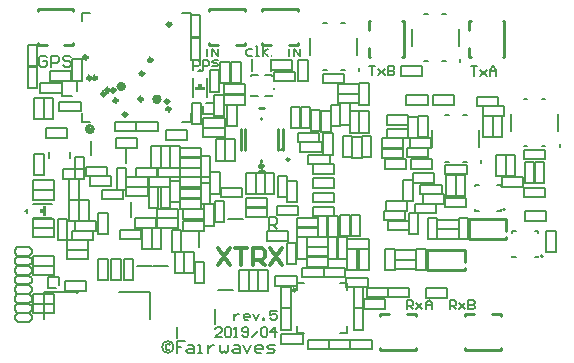
<source format=gto>
G04*
G04 #@! TF.GenerationSoftware,Altium Limited,Altium Designer,19.0.15 (446)*
G04*
G04 Layer_Color=65535*
%FSLAX24Y24*%
%MOIN*%
G70*
G01*
G75*
%ADD10C,0.0118*%
%ADD11C,0.0098*%
%ADD12C,0.0157*%
%ADD13C,0.0059*%
%ADD14C,0.0100*%
%ADD15C,0.0079*%
%ADD16C,0.0060*%
%ADD17C,0.0080*%
%ADD18C,0.0138*%
G36*
X36132Y40689D02*
Y40788D01*
X36230D01*
Y40473D01*
X36132D01*
Y40571D01*
X36053D01*
Y40689D01*
X36132D01*
D02*
G37*
G36*
X41437Y44774D02*
X41535D01*
Y44675D01*
X41220D01*
Y44774D01*
X41319D01*
Y44852D01*
X41437D01*
Y44774D01*
D02*
G37*
G54D10*
X40335Y44291D02*
G03*
X40335Y44291I-59J0D01*
G01*
X43484Y42128D02*
G03*
X43484Y42128I-59J0D01*
G01*
X38937Y43858D02*
G03*
X38937Y43858I-59J0D01*
G01*
X38622Y44321D02*
G03*
X38622Y44321I-59J0D01*
G01*
X37933Y45069D02*
G03*
X37933Y45069I-59J0D01*
G01*
X40404Y46860D02*
G03*
X40404Y46860I-59J0D01*
G01*
X39456Y44365D02*
G03*
X39456Y44365I-59J0D01*
G01*
X39774Y45669D02*
G03*
X39774Y45669I-59J0D01*
G01*
X39498Y45217D02*
G03*
X39498Y45217I-59J0D01*
G01*
X40383Y44035D02*
G03*
X40384Y44026I-58J-10D01*
G01*
X37618Y45758D02*
G03*
X37618Y45758I-59J0D01*
G01*
X37746Y45069D02*
G03*
X37746Y45069I-59J0D01*
G01*
X38543Y44665D02*
G03*
X38543Y44665I-59J0D01*
G01*
X38219Y44538D02*
G03*
X38219Y44538I-59J0D01*
G01*
X38356Y44665D02*
G03*
X38356Y44665I-59J0D01*
G01*
G54D11*
X44567Y38002D02*
G03*
X44567Y38002I-49J0D01*
G01*
G54D12*
X40020Y44360D02*
G03*
X40020Y44360I-79J0D01*
G01*
X38829Y44784D02*
G03*
X38829Y44784I-79J0D01*
G01*
G54D13*
X40499Y36102D02*
G03*
X40499Y36102I-194J0D01*
G01*
X40367Y36168D02*
X40335Y36201D01*
X40269D01*
X40236Y36168D01*
Y36037D01*
X40269Y36004D01*
X40335D01*
X40367Y36037D01*
G54D14*
X37827Y43366D02*
G03*
X37827Y43366I-120J0D01*
G01*
X37756D02*
G03*
X37756Y43366I-49J0D01*
G01*
X44351Y42352D02*
G03*
X44351Y42352I-40J0D01*
G01*
X44104Y42687D02*
G03*
X44104Y42687I-20J0D01*
G01*
X50226Y36014D02*
X51407D01*
X51112Y37195D02*
X51407D01*
X50226D02*
X50522D01*
X50226Y37136D02*
Y37195D01*
X51407Y36014D02*
Y36073D01*
Y37136D02*
Y37195D01*
X50226Y36014D02*
Y36073D01*
X44636Y47293D02*
Y47352D01*
X43455Y46171D02*
Y46230D01*
Y47293D02*
Y47352D01*
X44636Y46171D02*
Y46230D01*
X44341Y46171D02*
X44636D01*
X43455D02*
X43750D01*
X43455Y47352D02*
X44636D01*
X48179Y45778D02*
Y46959D01*
X46998Y46663D02*
Y46959D01*
Y45778D02*
Y46073D01*
Y45778D02*
X47057D01*
X48120Y46959D02*
X48179D01*
X46998D02*
X47057D01*
X48120Y45778D02*
X48179D01*
X51467D02*
X51526D01*
X50344Y46959D02*
X50404D01*
X51467D02*
X51526D01*
X50344Y45778D02*
X50404D01*
X50344D02*
Y46073D01*
Y46663D02*
Y46959D01*
X51526Y45778D02*
Y46959D01*
X41683Y47352D02*
X42864D01*
X41683Y46171D02*
X41978D01*
X42569D02*
X42864D01*
Y46230D01*
X41683Y47293D02*
Y47352D01*
Y46171D02*
Y46230D01*
X42864Y47293D02*
Y47352D01*
X37156Y47293D02*
Y47352D01*
X35974Y46171D02*
Y46230D01*
Y47293D02*
Y47352D01*
X37156Y46171D02*
Y46230D01*
X36860Y46171D02*
X37156D01*
X35974D02*
X36270D01*
X35974Y47352D02*
X37156D01*
X47392Y36014D02*
Y36073D01*
X48573Y37136D02*
Y37195D01*
Y36014D02*
Y36073D01*
X47392Y37136D02*
Y37195D01*
X47687D01*
X48278D02*
X48573D01*
X47392Y36014D02*
X48573D01*
X50197Y38947D02*
Y39341D01*
X48937Y39341D02*
X50197D01*
X48937Y38671D02*
Y39341D01*
Y38671D02*
X50197D01*
Y38740D01*
X51594Y39980D02*
Y40374D01*
X50335Y40374D02*
X51594D01*
X50335Y39705D02*
Y40374D01*
Y39705D02*
X51594D01*
Y39774D01*
X43337Y41978D02*
X43514D01*
X44134Y42667D02*
Y43356D01*
X43337Y44075D02*
X43514D01*
X42736Y42667D02*
Y43356D01*
X42874Y42667D02*
Y43356D01*
X43976Y42667D02*
Y43356D01*
X43425Y43740D02*
X43426Y43697D01*
X43425Y42284D02*
Y42333D01*
G54D15*
X52805Y39124D02*
G03*
X52805Y39124I-39J0D01*
G01*
X51555Y40679D02*
G03*
X51555Y40679I-39J0D01*
G01*
X43770Y45802D02*
G03*
X43770Y45802I-20J0D01*
G01*
X37313Y37923D02*
G03*
X37313Y37923I-39J0D01*
G01*
X53317Y43288D02*
Y43858D01*
X51742Y43288D02*
Y43858D01*
X53366Y42756D02*
Y42854D01*
X52766Y42786D02*
X52894D01*
X52165Y44360D02*
X52293D01*
X52766D02*
X52894D01*
X52165Y42786D02*
X52293D01*
X50689Y42766D02*
Y43337D01*
X49114Y42766D02*
Y43337D01*
X50738Y42234D02*
Y42333D01*
X50138Y42264D02*
X50266D01*
X49537Y43839D02*
X49665D01*
X50138D02*
X50266D01*
X49537Y42264D02*
X49665D01*
X41585Y44232D02*
X41850D01*
X41476Y43858D02*
Y44124D01*
Y43858D02*
X41850D01*
Y44232D01*
X41319Y45305D02*
X41437D01*
X41378D02*
Y45364D01*
X41614Y44449D02*
Y45079D01*
X41142Y44449D02*
Y45079D01*
X35827Y40394D02*
X36457D01*
X35827Y40866D02*
X36457D01*
X35541Y40630D02*
X35600D01*
Y40571D02*
Y40689D01*
X36319Y38051D02*
Y38425D01*
X36693D01*
Y38160D02*
Y38425D01*
X36319Y38051D02*
X36585D01*
X44616Y36565D02*
Y36791D01*
Y36565D02*
X44843D01*
X46043D02*
X46270D01*
Y36791D01*
Y37992D02*
Y38219D01*
X46043D02*
X46270D01*
X44616D02*
X44843D01*
X44616Y37992D02*
Y38219D01*
X37441Y43612D02*
Y43888D01*
Y43612D02*
X37717D01*
X40787Y47234D02*
X41063D01*
Y46959D02*
Y47234D01*
X40787Y43612D02*
X41063D01*
Y43888D01*
X37441Y47234D02*
X37717D01*
X37441Y46959D02*
Y47234D01*
X48858Y45640D02*
X48986D01*
X49459Y47215D02*
X49587D01*
X48858D02*
X48986D01*
X49459Y45640D02*
X49587D01*
X50059Y45610D02*
Y45709D01*
X48435Y46142D02*
Y46713D01*
X50010Y46142D02*
Y46713D01*
X45472Y45335D02*
X45600D01*
X46073Y46910D02*
X46201D01*
X45472D02*
X45600D01*
X46073Y45335D02*
X46201D01*
X46673Y45305D02*
Y45404D01*
X45049Y45837D02*
Y46408D01*
X46624Y45837D02*
Y46408D01*
X51791Y39085D02*
X51919D01*
X51791D02*
Y39134D01*
X52530Y39085D02*
X52657D01*
X52657D02*
Y39134D01*
X52657Y39902D02*
Y39951D01*
X52530D02*
X52657D01*
X51791D02*
X51919D01*
X51791Y39902D02*
Y39951D01*
X50541Y40640D02*
X50669D01*
X50541D02*
Y40689D01*
X51280Y40640D02*
X51407D01*
X51407D02*
Y40689D01*
X51407Y41457D02*
Y41506D01*
X51280D02*
X51407D01*
X50541D02*
X50669D01*
X50541Y41457D02*
Y41506D01*
X43553Y45177D02*
X43789D01*
Y45138D02*
Y45177D01*
X43081Y44469D02*
Y44508D01*
Y44469D02*
X43317D01*
X43789D02*
Y44508D01*
X43553Y44469D02*
X43789D01*
X43081Y45138D02*
Y45177D01*
X43317D01*
X43829Y44705D02*
Y44744D01*
X43730Y45300D02*
Y45694D01*
X43100Y45300D02*
Y45694D01*
X38691Y37935D02*
X39715D01*
Y37018D02*
Y37935D01*
X36171D02*
X37195D01*
X36171Y37018D02*
Y37935D01*
X41772Y45817D02*
Y46024D01*
X41614Y45817D02*
Y46024D01*
X41772Y46024D02*
X41988Y45807D01*
Y46024D01*
X44350Y45817D02*
Y46024D01*
X44508Y46024D02*
X44724Y45807D01*
X44508Y45817D02*
Y46024D01*
X44724Y45807D02*
Y46024D01*
X36772Y44459D02*
X37096D01*
X37264Y44626D02*
Y44951D01*
X36772D02*
X37264D01*
X36772Y44459D02*
Y44951D01*
X41152Y45348D02*
Y45663D01*
X41309D01*
X41361Y45610D01*
Y45505D01*
X41309Y45453D01*
X41152D01*
X41466Y45348D02*
Y45663D01*
X41624D01*
X41676Y45610D01*
Y45505D01*
X41624Y45453D01*
X41466D01*
X41781D02*
X41939D01*
X41991Y45505D01*
X41939Y45558D01*
X41834D01*
X41781Y45610D01*
X41834Y45663D01*
X41991D01*
X43123Y46027D02*
X42966D01*
X42913Y45974D01*
Y45870D01*
X42966Y45817D01*
X43123D01*
X43228D02*
X43333D01*
X43281D01*
Y46132D01*
X43228D01*
X43491Y45817D02*
Y46132D01*
Y45922D02*
X43648Y46027D01*
X43491Y45922D02*
X43648Y45817D01*
X42520Y37208D02*
Y36998D01*
Y37103D01*
X42572Y37156D01*
X42625Y37208D01*
X42677D01*
X42992Y36998D02*
X42887D01*
X42835Y37051D01*
Y37156D01*
X42887Y37208D01*
X42992D01*
X43044Y37156D01*
Y37103D01*
X42835D01*
X43149Y37208D02*
X43254Y36998D01*
X43359Y37208D01*
X43464Y36998D02*
Y37051D01*
X43517D01*
Y36998D01*
X43464D01*
X43937Y37313D02*
X43727D01*
Y37156D01*
X43832Y37208D01*
X43884D01*
X43937Y37156D01*
Y37051D01*
X43884Y36998D01*
X43779D01*
X43727Y37051D01*
X48268Y37352D02*
Y37667D01*
X48425D01*
X48478Y37615D01*
Y37510D01*
X48425Y37457D01*
X48268D01*
X48373D02*
X48478Y37352D01*
X48583Y37562D02*
X48792Y37352D01*
X48688Y37457D01*
X48792Y37562D01*
X48583Y37352D01*
X48897D02*
Y37562D01*
X49002Y37667D01*
X49107Y37562D01*
Y37352D01*
Y37510D01*
X48897D01*
X42100Y36437D02*
X41890D01*
X42100Y36647D01*
Y36700D01*
X42047Y36752D01*
X41942D01*
X41890Y36700D01*
X42205D02*
X42257Y36752D01*
X42362D01*
X42415Y36700D01*
Y36490D01*
X42362Y36437D01*
X42257D01*
X42205Y36490D01*
Y36700D01*
X42519Y36437D02*
X42624D01*
X42572D01*
Y36752D01*
X42519Y36700D01*
X42782Y36490D02*
X42834Y36437D01*
X42939D01*
X42992Y36490D01*
Y36700D01*
X42939Y36752D01*
X42834D01*
X42782Y36700D01*
Y36647D01*
X42834Y36595D01*
X42992D01*
X43097Y36437D02*
X43307Y36647D01*
X43412Y36700D02*
X43464Y36752D01*
X43569D01*
X43621Y36700D01*
Y36490D01*
X43569Y36437D01*
X43464D01*
X43412Y36490D01*
Y36700D01*
X43884Y36437D02*
Y36752D01*
X43726Y36595D01*
X43936D01*
X36276Y45751D02*
X36211Y45817D01*
X36079D01*
X36014Y45751D01*
Y45489D01*
X36079Y45423D01*
X36211D01*
X36276Y45489D01*
Y45620D01*
X36145D01*
X36407Y45423D02*
Y45817D01*
X36604D01*
X36670Y45751D01*
Y45620D01*
X36604Y45555D01*
X36407D01*
X37063Y45751D02*
X36998Y45817D01*
X36867D01*
X36801Y45751D01*
Y45686D01*
X36867Y45620D01*
X36998D01*
X37063Y45555D01*
Y45489D01*
X36998Y45423D01*
X36867D01*
X36801Y45489D01*
X40991Y36168D02*
X41122D01*
X41188Y36102D01*
Y35906D01*
X40991D01*
X40925Y35971D01*
X40991Y36037D01*
X41188D01*
X41319Y35906D02*
X41450D01*
X41384D01*
Y36168D01*
X41319D01*
X41647D02*
Y35906D01*
Y36037D01*
X41712Y36102D01*
X41778Y36168D01*
X41844D01*
X42040D02*
Y35971D01*
X42106Y35906D01*
X42172Y35971D01*
X42237Y35906D01*
X42303Y35971D01*
Y36168D01*
X42499D02*
X42631D01*
X42696Y36102D01*
Y35906D01*
X42499D01*
X42434Y35971D01*
X42499Y36037D01*
X42696D01*
X42827Y36168D02*
X42959Y35906D01*
X43090Y36168D01*
X43418Y35906D02*
X43287D01*
X43221Y35971D01*
Y36102D01*
X43287Y36168D01*
X43418D01*
X43483Y36102D01*
Y36037D01*
X43221D01*
X43615Y35906D02*
X43811D01*
X43877Y35971D01*
X43811Y36037D01*
X43680D01*
X43615Y36102D01*
X43680Y36168D01*
X43877D01*
X47008Y45472D02*
X47218D01*
X47113D01*
Y45158D01*
X47323Y45367D02*
X47533Y45158D01*
X47428Y45263D01*
X47533Y45367D01*
X47323Y45158D01*
X47638Y45472D02*
Y45158D01*
X47795D01*
X47847Y45210D01*
Y45263D01*
X47795Y45315D01*
X47638D01*
X47795D01*
X47847Y45367D01*
Y45420D01*
X47795Y45472D01*
X47638D01*
X49695Y37352D02*
Y37667D01*
X49852D01*
X49905Y37615D01*
Y37510D01*
X49852Y37457D01*
X49695D01*
X49800D02*
X49905Y37352D01*
X50010Y37562D02*
X50220Y37352D01*
X50115Y37457D01*
X50220Y37562D01*
X50010Y37352D01*
X50325Y37667D02*
Y37352D01*
X50482D01*
X50535Y37405D01*
Y37457D01*
X50482Y37510D01*
X50325D01*
X50482D01*
X50535Y37562D01*
Y37615D01*
X50482Y37667D01*
X50325D01*
X50404Y45453D02*
X50613D01*
X50508D01*
Y45138D01*
X50718Y45348D02*
X50928Y45138D01*
X50823Y45243D01*
X50928Y45348D01*
X50718Y45138D01*
X51033D02*
Y45348D01*
X51138Y45453D01*
X51243Y45348D01*
Y45138D01*
Y45295D01*
X51033D01*
X43691Y40030D02*
Y40423D01*
X43888D01*
X43953Y40358D01*
Y40226D01*
X43888Y40161D01*
X43691D01*
X43822D02*
X43953Y40030D01*
X40882Y36289D02*
X40620D01*
Y36093D01*
X40751D01*
X40620D01*
Y35896D01*
G54D16*
X52195Y40305D02*
X52904D01*
Y40620D01*
X52195D02*
X52904D01*
X52195Y40305D02*
Y40620D01*
X48917Y37746D02*
X49626D01*
Y38061D01*
X48917D02*
X49626D01*
X48917Y37746D02*
Y38061D01*
X47638Y37766D02*
Y38081D01*
X48346D01*
Y37766D02*
Y38081D01*
X47638Y37766D02*
X48346D01*
X46929Y38081D02*
X47638D01*
X46929Y37766D02*
Y38081D01*
Y37766D02*
X47638D01*
Y38081D01*
X37510Y41713D02*
Y42028D01*
X36801Y41713D02*
X37510D01*
X36801D02*
Y42028D01*
X37510D01*
X35630Y45453D02*
X35945D01*
X35630D02*
Y46162D01*
X35945D01*
Y45453D02*
Y46162D01*
X41073Y46447D02*
X41388D01*
X41073D02*
Y47156D01*
X41388D01*
Y46447D02*
Y47156D01*
X41073Y45679D02*
X41388D01*
X41073D02*
Y46388D01*
X41388D01*
Y45679D02*
Y46388D01*
X37126Y44980D02*
X37441D01*
X37126D02*
Y45689D01*
X37441D01*
Y44980D02*
Y45689D01*
X37047Y42402D02*
Y42599D01*
X36358Y42402D02*
Y42599D01*
X52884Y42352D02*
Y42667D01*
X52175Y42352D02*
X52884D01*
X52175D02*
Y42667D01*
X52884D01*
X50000Y39685D02*
X50315D01*
X50000D02*
Y40394D01*
X50315D01*
Y39685D02*
Y40394D01*
X49557Y41851D02*
Y42165D01*
X50266D01*
Y41851D02*
Y42165D01*
X49557Y41851D02*
X50266D01*
X48593Y39360D02*
X48907D01*
Y38652D02*
Y39360D01*
X48593Y38652D02*
X48907D01*
X48593D02*
Y39360D01*
X37638Y39026D02*
Y39341D01*
X36929Y39026D02*
X37638D01*
X36929D02*
Y39341D01*
X37638D01*
X46260Y38101D02*
X46968D01*
Y38415D01*
X46260D02*
X46968D01*
X46260Y38101D02*
Y38415D01*
X46496Y37392D02*
X46811D01*
X46496D02*
Y38101D01*
X46811D01*
Y37392D02*
Y38101D01*
X46496Y37392D02*
X46811D01*
Y36683D02*
Y37392D01*
X46496Y36683D02*
X46811D01*
X46496D02*
Y37392D01*
X46211Y38435D02*
Y38750D01*
X45502Y38435D02*
X46211D01*
X45502D02*
Y38750D01*
X46211D01*
X46388Y36034D02*
Y36349D01*
X47096D01*
Y36034D02*
Y36349D01*
X46388Y36034D02*
X47096D01*
X46388D02*
Y36349D01*
X45679Y36034D02*
X46388D01*
X45679D02*
Y36349D01*
X46388D01*
X49173Y41575D02*
Y41890D01*
X48465Y41575D02*
X49173D01*
X48465D02*
Y41890D01*
X49173D01*
X51880Y41791D02*
Y42500D01*
X51565D02*
X51880D01*
X51565Y41791D02*
Y42500D01*
Y41791D02*
X51880D01*
X48317Y43514D02*
Y43829D01*
X47608Y43514D02*
X48317D01*
X47608D02*
Y43829D01*
X48317D01*
X48809Y40876D02*
Y41191D01*
X49518D01*
Y40876D02*
Y41191D01*
X48809Y40876D02*
X49518D01*
X48720Y41191D02*
Y41506D01*
X49429D01*
Y41191D02*
Y41506D01*
X48720Y41191D02*
X49429D01*
X45305Y39764D02*
Y40079D01*
X44596Y39764D02*
X45305D01*
X44596D02*
Y40079D01*
X45305D01*
X44262Y38858D02*
X44577D01*
X44262D02*
Y39567D01*
X44577D01*
Y38858D02*
Y39567D01*
X45649Y39754D02*
X45964D01*
Y39045D02*
Y39754D01*
X45649Y39045D02*
X45964D01*
X45649D02*
Y39754D01*
X48652Y43799D02*
X48967D01*
Y43091D02*
Y43799D01*
X48652Y43091D02*
X48967D01*
X48652D02*
Y43799D01*
X41201Y38238D02*
X41516D01*
X41201D02*
Y38947D01*
X41516D01*
Y38238D02*
Y38947D01*
X37992Y39862D02*
X38307D01*
X37992D02*
Y40571D01*
X38307D01*
Y39862D02*
Y40571D01*
X38701Y39685D02*
Y40000D01*
X39409D01*
Y39685D02*
Y40000D01*
X38701Y39685D02*
X39409D01*
X46289Y39380D02*
X46604D01*
Y38671D02*
Y39380D01*
X46289Y38671D02*
X46604D01*
X46289D02*
Y39380D01*
X48258Y44173D02*
Y44488D01*
X48967D01*
Y44173D02*
Y44488D01*
X48258Y44173D02*
X48967D01*
X45640Y39124D02*
Y39439D01*
X44931Y39124D02*
X45640D01*
X44931D02*
Y39439D01*
X45640D01*
X46683Y38671D02*
X46998D01*
X46683D02*
Y39380D01*
X46998D01*
Y38671D02*
Y39380D01*
X49104Y42038D02*
Y42352D01*
X48396Y42038D02*
X49104D01*
X48396D02*
Y42352D01*
X49104D01*
X45958Y39045D02*
X46273D01*
X45958D02*
Y39754D01*
X46273D01*
Y39045D02*
Y39754D01*
X45069Y43996D02*
X45384D01*
Y43288D02*
Y43996D01*
X45069Y43288D02*
X45384D01*
X45069D02*
Y43996D01*
X51447Y41762D02*
X52156D01*
X51447Y41447D02*
Y41762D01*
Y41447D02*
X52156D01*
Y41762D01*
X42224Y42313D02*
X42539D01*
X42224D02*
Y43022D01*
X42539D01*
Y42313D02*
Y43022D01*
X42421Y45601D02*
X42736D01*
Y44892D02*
Y45601D01*
X42421Y44892D02*
X42736D01*
X42421D02*
Y45601D01*
X41703Y44616D02*
X42018D01*
X41703D02*
Y45325D01*
X42018D01*
Y44616D02*
Y45325D01*
X43829Y44951D02*
Y45266D01*
X44537D01*
Y44951D02*
Y45266D01*
X43829Y44951D02*
X44537D01*
X40758Y39282D02*
Y39990D01*
X40443D02*
X40758D01*
X40443Y39282D02*
Y39990D01*
Y39282D02*
X40758D01*
X44636Y43238D02*
X45344D01*
X44636Y42923D02*
Y43238D01*
Y42923D02*
X45344D01*
Y43238D01*
X44744Y44114D02*
X45059D01*
Y43406D02*
Y44114D01*
X44744Y43406D02*
X45059D01*
X44744D02*
Y44114D01*
X43937Y40492D02*
Y40807D01*
X44646D01*
Y40492D02*
Y40807D01*
X43937Y40492D02*
X44646D01*
X45856Y40463D02*
Y40778D01*
X45148Y40463D02*
X45856D01*
X45148D02*
Y40778D01*
X45856D01*
Y40935D02*
Y41250D01*
X45148Y40935D02*
X45856D01*
X45148D02*
Y41250D01*
X45856D01*
Y41880D02*
Y42195D01*
X45148Y41880D02*
X45856D01*
X45148D02*
Y42195D01*
X45856D01*
X45699D02*
Y42510D01*
X44990Y42195D02*
X45699D01*
X44990D02*
Y42510D01*
X45699D01*
X45423Y43967D02*
X45738D01*
Y43258D02*
Y43967D01*
X45423Y43258D02*
X45738D01*
X45423D02*
Y43967D01*
X42293Y43475D02*
X42608D01*
X42293D02*
Y44183D01*
X42608D01*
Y43475D02*
Y44183D01*
X43543Y41201D02*
X43858D01*
X43543D02*
Y41910D01*
X43858D01*
Y41201D02*
Y41910D01*
X42913Y41201D02*
X43228D01*
X42913D02*
Y41910D01*
X43228D01*
Y41201D02*
Y41910D01*
X35817Y39754D02*
X36526D01*
Y40069D01*
X35817D02*
X36526D01*
X35817Y39754D02*
Y40069D01*
X36526D01*
Y40384D01*
X35817D02*
X36526D01*
X35817Y40069D02*
Y40384D01*
Y37234D02*
X36526D01*
Y37549D01*
X35817D02*
X36526D01*
X35817Y37234D02*
Y37549D01*
Y37549D02*
X36526D01*
Y37864D01*
X35817D02*
X36526D01*
X35817Y37549D02*
Y37864D01*
Y41329D02*
X36526D01*
X35817Y41014D02*
Y41329D01*
Y41014D02*
X36526D01*
Y41329D01*
X35817Y41654D02*
X36526D01*
X35817Y41339D02*
Y41654D01*
Y41339D02*
X36526D01*
Y41654D01*
X35817Y38809D02*
X36526D01*
X35817Y38494D02*
Y38809D01*
Y38494D02*
X36526D01*
Y38809D01*
X35817Y39124D02*
X36526D01*
X35817Y38809D02*
Y39124D01*
Y38809D02*
X36526D01*
Y39124D01*
X38927Y41762D02*
X39636D01*
X38927Y41447D02*
Y41762D01*
Y41447D02*
X39636D01*
Y41762D01*
X37579Y41791D02*
X38287D01*
Y42106D01*
X37579D02*
X38287D01*
X37579Y41791D02*
Y42106D01*
X39675Y40738D02*
Y41447D01*
Y40738D02*
X39990D01*
Y41447D01*
X39675D02*
X39990D01*
X38612Y41349D02*
Y42057D01*
Y41349D02*
X38927D01*
Y42057D01*
X38612D02*
X38927D01*
X37707Y41791D02*
X38415D01*
X37707Y41476D02*
Y41791D01*
Y41476D02*
X38415D01*
Y41791D01*
X38100Y41349D02*
X38809D01*
X38100Y41034D02*
Y41349D01*
Y41034D02*
X38809D01*
Y41349D01*
X40069Y40738D02*
Y41447D01*
Y40738D02*
X40384D01*
Y41447D01*
X40069D02*
X40384D01*
X40384Y40935D02*
Y41644D01*
Y40935D02*
X40699D01*
Y41644D01*
X40384D02*
X40699D01*
X39675Y41762D02*
X40384D01*
X39675Y41447D02*
Y41762D01*
Y41447D02*
X40384D01*
Y41762D01*
X40699Y42077D02*
X41407D01*
Y42392D01*
X40699D02*
X41407D01*
X40699Y42077D02*
Y42392D01*
X39990Y42077D02*
X40699D01*
X39990Y41762D02*
Y42077D01*
Y41762D02*
X40699D01*
Y42077D01*
X40699Y41447D02*
X41407D01*
Y41762D01*
X40699D02*
X41407D01*
X40699Y41447D02*
Y41762D01*
X40699Y42077D02*
Y42786D01*
X40384D02*
X40699D01*
X40384Y42077D02*
Y42786D01*
Y42077D02*
X40699D01*
X39213Y40394D02*
X39921D01*
X39213Y40079D02*
Y40394D01*
Y40079D02*
X39921D01*
Y40394D01*
X39764Y39360D02*
Y40069D01*
Y39360D02*
X40079D01*
Y40069D01*
X39764D02*
X40079D01*
X41722Y41211D02*
Y41919D01*
Y41211D02*
X42037D01*
Y41919D01*
X41722D02*
X42037D01*
X40699Y40709D02*
X41407D01*
Y41024D01*
X40699D02*
X41407D01*
X40699Y40709D02*
Y41024D01*
X41486Y43406D02*
X42195D01*
Y43721D01*
X41486D02*
X42195D01*
X41486Y43406D02*
Y43721D01*
Y43091D02*
X42195D01*
Y43406D01*
X41486D02*
X42195D01*
X41486Y43091D02*
Y43406D01*
X40699Y41053D02*
X41407D01*
Y41368D01*
X40699D02*
X41407D01*
X40699Y41053D02*
Y41368D01*
X40069Y42077D02*
Y42786D01*
X39754D02*
X40069D01*
X39754Y42077D02*
Y42786D01*
Y42077D02*
X40069D01*
X38563Y43051D02*
X39272D01*
X38563Y42736D02*
Y43051D01*
Y42736D02*
X39272D01*
Y43051D01*
X40541Y38573D02*
Y39282D01*
Y38573D02*
X40856D01*
Y39282D01*
X40541D02*
X40856D01*
X40069Y42077D02*
Y42786D01*
Y42077D02*
X40384D01*
Y42786D01*
X40069D02*
X40384D01*
X39951Y40709D02*
X40659D01*
X39951Y40394D02*
Y40709D01*
Y40394D02*
X40659D01*
Y40709D01*
X40817Y39980D02*
X41526D01*
Y40295D01*
X40817D02*
X41526D01*
X40817Y39980D02*
Y40295D01*
X39242Y42077D02*
X39951D01*
X39242Y41762D02*
Y42077D01*
Y41762D02*
X39951D01*
Y42077D01*
X41870Y40256D02*
Y40965D01*
Y40256D02*
X42185D01*
Y40965D01*
X41870D02*
X42185D01*
X41526Y40148D02*
Y40856D01*
Y40148D02*
X41841D01*
Y40856D01*
X41526D02*
X41841D01*
X42077Y41093D02*
X42785D01*
Y41408D01*
X42077D02*
X42785D01*
X42077Y41093D02*
Y41408D01*
X40856Y38573D02*
Y39282D01*
Y38573D02*
X41171D01*
Y39282D01*
X40856D02*
X41171D01*
X40817Y40384D02*
X41526D01*
Y40699D01*
X40817D02*
X41526D01*
X40817Y40384D02*
Y40699D01*
X39951Y40394D02*
X40659D01*
X39951Y40079D02*
Y40394D01*
Y40079D02*
X40659D01*
Y40394D01*
X40699Y41762D02*
Y42077D01*
X41407D01*
Y41762D02*
Y42077D01*
X40699Y41762D02*
X41407D01*
X38927Y41132D02*
X39636D01*
Y41447D01*
X38927D02*
X39636D01*
X38927Y41132D02*
Y41447D01*
X35768Y39223D02*
Y39341D01*
X35679Y39429D02*
X35768Y39341D01*
X35285Y39134D02*
X35679D01*
X35197Y39223D02*
X35285Y39134D01*
Y39429D02*
X35679D01*
X35197Y39341D02*
X35285Y39429D01*
X35197Y39223D02*
Y39341D01*
X35679Y39134D02*
X35768Y39223D01*
X35679Y38819D02*
X35768Y38908D01*
X35197D02*
Y39026D01*
X35285Y39114D01*
X35679D01*
X35197Y38908D02*
X35285Y38819D01*
X35679D01*
X35679Y39114D02*
X35768Y39026D01*
Y38908D02*
Y39026D01*
Y38593D02*
Y38711D01*
X35679Y38799D02*
X35768Y38711D01*
X35285Y38504D02*
X35679D01*
X35197Y38593D02*
X35285Y38504D01*
Y38799D02*
X35679D01*
X35197Y38711D02*
X35285Y38799D01*
X35197Y38593D02*
Y38711D01*
X35679Y38504D02*
X35768Y38593D01*
X35679Y38189D02*
X35768Y38278D01*
X35197D02*
Y38396D01*
X35285Y38484D01*
X35679D01*
X35197Y38278D02*
X35285Y38189D01*
X35679D01*
X35679Y38484D02*
X35768Y38396D01*
Y38278D02*
Y38396D01*
Y37963D02*
Y38081D01*
X35679Y38169D02*
X35768Y38081D01*
X35285Y37874D02*
X35679D01*
X35197Y37963D02*
X35285Y37874D01*
Y38169D02*
X35679D01*
X35197Y38081D02*
X35285Y38169D01*
X35197Y37963D02*
Y38081D01*
X35679Y37874D02*
X35768Y37963D01*
X35679Y37559D02*
X35768Y37648D01*
X35197D02*
Y37766D01*
X35285Y37854D01*
X35679D01*
X35197Y37648D02*
X35285Y37559D01*
X35679D01*
X35679Y37854D02*
X35768Y37766D01*
Y37648D02*
Y37766D01*
Y37333D02*
Y37451D01*
X35679Y37539D02*
X35768Y37451D01*
X35285Y37244D02*
X35679D01*
X35197Y37333D02*
X35285Y37244D01*
Y37539D02*
X35679D01*
X35197Y37451D02*
X35285Y37539D01*
X35197Y37333D02*
Y37451D01*
X35679Y37244D02*
X35768Y37333D01*
X35689Y36929D02*
X35778Y37018D01*
X35207D02*
Y37136D01*
X35295Y37225D01*
X35689D01*
X35207Y37018D02*
X35295Y36929D01*
X35689D01*
X35689Y37225D02*
X35778Y37136D01*
Y37018D02*
Y37136D01*
X42913Y40768D02*
X43622D01*
Y41083D01*
X42913D02*
X43622D01*
X42913Y40768D02*
Y41083D01*
X40699Y42431D02*
X41407D01*
Y42746D01*
X40699D02*
X41407D01*
X40699Y42431D02*
Y42746D01*
X41722Y40856D02*
Y41565D01*
X41407D02*
X41722D01*
X41407Y40856D02*
Y41565D01*
Y40856D02*
X41722D01*
Y41762D02*
Y42471D01*
X41407D02*
X41722D01*
X41407Y41762D02*
Y42471D01*
Y41762D02*
X41722D01*
X52175Y41408D02*
X52884D01*
X52175Y41093D02*
Y41408D01*
Y41093D02*
X52884D01*
Y41408D01*
X46447Y42402D02*
Y43110D01*
Y42402D02*
X46762D01*
Y43110D01*
X46447D02*
X46762D01*
X43622Y40433D02*
Y40748D01*
X42913Y40433D02*
X43622D01*
X42913D02*
Y40748D01*
X43622D01*
X35856Y43691D02*
Y44400D01*
Y43691D02*
X36171D01*
Y44400D01*
X35856D02*
X36171D01*
X36171Y43691D02*
Y44400D01*
Y43691D02*
X36486D01*
Y44400D01*
X36171D02*
X36486D01*
X43612Y39951D02*
X44321D01*
X43612Y39636D02*
Y39951D01*
Y39636D02*
X44321D01*
Y39951D01*
X39252Y43297D02*
X39961D01*
Y43612D01*
X39252D02*
X39961D01*
X39252Y43297D02*
Y43612D01*
X38543Y43297D02*
X39252D01*
Y43612D01*
X38543D02*
X39252D01*
X38543Y43297D02*
Y43612D01*
X36949Y39656D02*
Y40364D01*
X36634D02*
X36949D01*
X36634Y39656D02*
Y40364D01*
Y39656D02*
X36949D01*
X35945Y44725D02*
Y45433D01*
X35630D02*
X35945D01*
X35630Y44725D02*
Y45433D01*
Y44725D02*
X35945D01*
X36171Y41831D02*
Y42539D01*
X35856D02*
X36171D01*
X35856Y41831D02*
Y42539D01*
Y41831D02*
X36171D01*
X36240Y43071D02*
X36949D01*
Y43386D01*
X36240D02*
X36949D01*
X36240Y43071D02*
Y43386D01*
X41102Y43524D02*
Y44232D01*
Y43524D02*
X41417D01*
Y44232D01*
X41102D02*
X41417D01*
X44724Y42923D02*
X45433D01*
X44724Y42608D02*
Y42923D01*
Y42608D02*
X45433D01*
Y42923D01*
X44596Y40935D02*
Y41644D01*
X44282D02*
X44596D01*
X44282Y40935D02*
Y41644D01*
Y40935D02*
X44596D01*
X44596Y40404D02*
X45305D01*
X44596Y40089D02*
Y40404D01*
Y40089D02*
X45305D01*
Y40404D01*
X45148Y41723D02*
X45856D01*
X45148Y41408D02*
Y41723D01*
Y41408D02*
X45856D01*
Y41723D01*
X43967Y41093D02*
Y41801D01*
Y41093D02*
X44282D01*
Y41801D01*
X43967D02*
X44282D01*
X45797Y42510D02*
Y43219D01*
X45482D02*
X45797D01*
X45482Y42510D02*
Y43219D01*
Y42510D02*
X45797D01*
X46053Y39793D02*
Y40502D01*
Y39793D02*
X46368D01*
Y40502D01*
X46053D02*
X46368D01*
X47549Y42038D02*
X48258D01*
Y42352D01*
X47549D02*
X48258D01*
X47549Y42038D02*
Y42352D01*
X47431Y42736D02*
X48140D01*
Y43051D01*
X47431D02*
X48140D01*
X47431Y42736D02*
Y43051D01*
X48376Y43061D02*
X49085D01*
X48376Y42746D02*
Y43061D01*
Y42746D02*
X49085D01*
Y43061D01*
X47431Y42402D02*
X48140D01*
Y42717D01*
X47431D02*
X48140D01*
X47431Y42402D02*
Y42717D01*
X48278Y42746D02*
X48986D01*
X48278Y42431D02*
Y42746D01*
Y42431D02*
X48986D01*
Y42746D01*
X48317Y43061D02*
Y43770D01*
Y43061D02*
X48632D01*
Y43770D01*
X48317D02*
X48632D01*
X48652Y39852D02*
Y40561D01*
X48337D02*
X48652D01*
X48337Y39852D02*
Y40561D01*
Y39852D02*
X48652D01*
X47579Y40650D02*
X48287D01*
Y40965D01*
X47579D02*
X48287D01*
X47579Y40650D02*
Y40965D01*
X47628Y39990D02*
X48337D01*
Y40305D01*
X47628D02*
X48337D01*
X47628Y39990D02*
Y40305D01*
X48465Y40975D02*
Y41683D01*
X48150D02*
X48465D01*
X48150Y40975D02*
Y41683D01*
Y40975D02*
X48465D01*
X47608Y43376D02*
X48317D01*
X47608Y43061D02*
Y43376D01*
Y43061D02*
X48317D01*
Y43376D01*
X46762Y42421D02*
Y43130D01*
Y42421D02*
X47077D01*
Y43130D01*
X46762D02*
X47077D01*
X46998Y43248D02*
Y43957D01*
X46683D02*
X46998D01*
X46683Y43248D02*
Y43957D01*
Y43248D02*
X46998D01*
X46368Y43514D02*
Y44223D01*
X46053D02*
X46368D01*
X46053Y43514D02*
Y44223D01*
Y43514D02*
X46368D01*
X46683Y43248D02*
Y43957D01*
X46368D02*
X46683D01*
X46368Y43248D02*
Y43957D01*
Y43248D02*
X46683D01*
X46132Y42431D02*
Y43140D01*
Y42431D02*
X46447D01*
Y43140D01*
X46132D02*
X46447D01*
X46053Y43465D02*
Y44173D01*
X45738D02*
X46053D01*
X45738Y43465D02*
Y44173D01*
Y43465D02*
X46053D01*
X46289Y39380D02*
X46998D01*
Y39695D01*
X46289D02*
X46998D01*
X46289Y39380D02*
Y39695D01*
X46722Y39793D02*
Y40502D01*
X46407D02*
X46722D01*
X46407Y39793D02*
Y40502D01*
Y39793D02*
X46722D01*
X45620Y39754D02*
Y40463D01*
X45305D02*
X45620D01*
X45305Y39754D02*
Y40463D01*
Y39754D02*
X45620D01*
X44941D02*
X45650D01*
X44941Y39439D02*
Y39754D01*
Y39439D02*
X45650D01*
Y39754D01*
X44931Y39045D02*
Y39754D01*
X44616D02*
X44931D01*
X44616Y39045D02*
Y39754D01*
Y39045D02*
X44931D01*
X45974Y39754D02*
Y40463D01*
X45659D02*
X45974D01*
X45659Y39754D02*
Y40463D01*
Y39754D02*
X45974D01*
X47510Y40650D02*
X48218D01*
X47510Y40335D02*
Y40650D01*
Y40335D02*
X48218D01*
Y40650D01*
X48533Y40561D02*
X49242D01*
Y40876D01*
X48533D02*
X49242D01*
X48533Y40561D02*
Y40876D01*
X44931Y38770D02*
X45640D01*
Y39085D01*
X44931D02*
X45640D01*
X44931Y38770D02*
Y39085D01*
X45482Y44892D02*
X46191D01*
Y45207D01*
X45482D02*
X46191D01*
X45482Y44892D02*
Y45207D01*
X46998Y44183D02*
Y44892D01*
X46683D02*
X46998D01*
X46683Y44183D02*
Y44892D01*
Y44183D02*
X46998D01*
X49547Y41083D02*
X50256D01*
X49547Y40768D02*
Y41083D01*
Y40768D02*
X50256D01*
Y41083D01*
X45974Y44852D02*
X46683D01*
X45974Y44538D02*
Y44852D01*
Y44538D02*
X46683D01*
Y44852D01*
X45974Y44538D02*
X46683D01*
X45974Y44223D02*
Y44538D01*
Y44223D02*
X46683D01*
Y44538D01*
X49902Y41122D02*
Y41831D01*
X49587D02*
X49902D01*
X49587Y41122D02*
Y41831D01*
Y41122D02*
X49902D01*
X50217D02*
Y41831D01*
X49902D02*
X50217D01*
X49902Y41122D02*
Y41831D01*
Y41122D02*
X50217D01*
X52510Y41565D02*
Y42274D01*
X52195D02*
X52510D01*
X52195Y41565D02*
Y42274D01*
Y41565D02*
X52510D01*
X52854D02*
Y42274D01*
X52539D02*
X52854D01*
X52539Y41565D02*
Y42274D01*
Y41565D02*
X52854D01*
X53238Y39272D02*
Y39980D01*
X52923D02*
X53238D01*
X52923Y39272D02*
Y39980D01*
Y39272D02*
X53238D01*
X36378Y44980D02*
Y45295D01*
X37087D01*
Y44980D02*
Y45295D01*
X36378Y44980D02*
X37087D01*
X42057Y45601D02*
X42372D01*
Y44892D02*
Y45601D01*
X42057Y44892D02*
X42372D01*
X42057D02*
Y45601D01*
X47549Y38652D02*
X47864D01*
Y39360D01*
X47549D02*
X47864D01*
X47549Y38652D02*
Y39360D01*
X48583Y39006D02*
Y39321D01*
X47874D02*
X48583D01*
X47874Y39006D02*
Y39321D01*
Y39006D02*
X48583D01*
Y38691D02*
Y39006D01*
X47874D02*
X48583D01*
X47874Y38691D02*
Y39006D01*
Y38691D02*
X48583D01*
X50000Y40030D02*
Y40345D01*
X49291Y40030D02*
X50000D01*
X49291D02*
Y40345D01*
X50000D01*
Y39715D02*
Y40030D01*
X49291Y39715D02*
X50000D01*
X49291D02*
Y40030D01*
X50000D01*
X48976Y40394D02*
X49291D01*
Y39685D02*
Y40394D01*
X48976Y39685D02*
X49291D01*
X48976D02*
Y40394D01*
X44596Y38150D02*
Y38465D01*
X43888Y38150D02*
X44596D01*
X43888D02*
Y38465D01*
X44596D01*
X44803Y36211D02*
Y36526D01*
X44094Y36211D02*
X44803D01*
X44094D02*
Y36526D01*
X44803D01*
X45679Y36034D02*
Y36349D01*
X44970Y36034D02*
X45679D01*
X44970D02*
Y36349D01*
X45679D01*
X45502Y38435D02*
Y38750D01*
X44793Y38435D02*
X45502D01*
X44793D02*
Y38750D01*
X45502D01*
X50817Y43809D02*
Y44124D01*
X51526D01*
Y43809D02*
Y44124D01*
X50817Y43809D02*
X51526D01*
X50817Y43809D02*
X51132D01*
Y43101D02*
Y43809D01*
X50817Y43101D02*
X51132D01*
X50817D02*
Y43809D01*
X50600Y44124D02*
Y44439D01*
X51309D01*
Y44124D02*
Y44439D01*
X50600Y44124D02*
X51309D01*
X51132Y43809D02*
X51447D01*
Y43101D02*
Y43809D01*
X51132Y43101D02*
X51447D01*
X51132D02*
Y43809D01*
X42884Y44538D02*
Y44852D01*
X42175Y44538D02*
X42884D01*
X42175D02*
Y44852D01*
X42884D01*
X43750Y45345D02*
Y45660D01*
X44459D01*
Y45345D02*
Y45660D01*
X43750Y45345D02*
X44459D01*
X41860Y44498D02*
X42175D01*
Y43789D02*
Y44498D01*
X41860Y43789D02*
X42175D01*
X41860D02*
Y44498D01*
X39449Y39360D02*
X39764D01*
X39449D02*
Y40069D01*
X39764D01*
Y39360D02*
Y40069D01*
X36929Y39341D02*
Y39656D01*
X37638D01*
Y39341D02*
Y39656D01*
X36929Y39341D02*
X37638D01*
X37352Y41004D02*
X37667D01*
Y40295D02*
Y41004D01*
X37352Y40295D02*
X37667D01*
X37352D02*
Y41004D01*
X37815Y39665D02*
Y39980D01*
X37106Y39665D02*
X37815D01*
X37106D02*
Y39980D01*
X37815D01*
X42175Y44183D02*
Y44498D01*
X42884D01*
Y44183D02*
Y44498D01*
X42175Y44183D02*
X42884D01*
X43228Y41201D02*
Y41910D01*
Y41201D02*
X43543D01*
Y41910D01*
X43228D02*
X43543D01*
X36053Y44577D02*
X36762D01*
Y44892D01*
X36053D02*
X36762D01*
X36053Y44577D02*
Y44892D01*
X44409Y37392D02*
Y38101D01*
X44094D02*
X44409D01*
X44094Y37392D02*
Y38101D01*
Y37392D02*
X44409D01*
X44094Y36683D02*
Y37392D01*
Y36683D02*
X44409D01*
Y37392D01*
X44094D02*
X44409D01*
X36693Y44282D02*
X37402D01*
X36693Y43967D02*
Y44282D01*
Y43967D02*
X37402D01*
Y44282D01*
X37195Y40295D02*
X37904D01*
X37195Y39980D02*
Y40295D01*
Y39980D02*
X37904D01*
Y40295D01*
X37018D02*
Y41004D01*
Y40295D02*
X37333D01*
Y41004D01*
X37018D02*
X37333D01*
X44646Y44961D02*
Y45669D01*
Y44961D02*
X44961D01*
Y45669D01*
X44646D02*
X44961D01*
X49144Y44173D02*
X49852D01*
Y44488D01*
X49144D02*
X49852D01*
X49144Y44173D02*
Y44488D01*
X48061Y45463D02*
X48770D01*
X48061Y45148D02*
Y45463D01*
Y45148D02*
X48770D01*
Y45463D01*
X37510Y41713D02*
Y42421D01*
X37195D02*
X37510D01*
X37195Y41713D02*
Y42421D01*
Y41713D02*
X37510D01*
X37018Y41004D02*
Y41713D01*
Y41004D02*
X37333D01*
Y41713D01*
X37018D02*
X37333D01*
X37992Y38327D02*
X38307D01*
X37992D02*
Y39036D01*
X38307D01*
Y38327D02*
Y39036D01*
X38829Y38327D02*
X39144D01*
X38829D02*
Y39036D01*
X39144D01*
Y38327D02*
Y39036D01*
X38415Y38327D02*
X38730D01*
X38415D02*
Y39036D01*
X38730D01*
Y38327D02*
Y39036D01*
X44409Y43406D02*
X44724D01*
X44409D02*
Y44114D01*
X44724D01*
Y43406D02*
Y44114D01*
X36880Y38297D02*
X37589D01*
X36880Y37982D02*
Y38297D01*
Y37982D02*
X37589D01*
Y38297D01*
X43317Y38662D02*
X43632D01*
Y37953D02*
Y38662D01*
X43317Y37953D02*
X43632D01*
X43317D02*
Y38662D01*
X42687D02*
X43002D01*
Y37953D02*
Y38662D01*
X42687Y37953D02*
X43002D01*
X42687D02*
Y38662D01*
X43002D02*
X43317D01*
Y37953D02*
Y38662D01*
X43002Y37953D02*
X43317D01*
X43002D02*
Y38662D01*
X46850Y37372D02*
Y37687D01*
X47559D01*
Y37372D02*
Y37687D01*
X46850Y37372D02*
X47559D01*
X51250Y41791D02*
Y42500D01*
Y41791D02*
X51565D01*
Y42500D01*
X51250D02*
X51565D01*
X40236Y43012D02*
Y43327D01*
X40945D01*
Y43012D02*
Y43327D01*
X40236Y43012D02*
X40945D01*
X41909Y43022D02*
X42224D01*
Y42313D02*
Y43022D01*
X41909Y42313D02*
X42224D01*
X41909D02*
Y43022D01*
G54D17*
X37731Y42490D02*
Y42982D01*
X42303Y40384D02*
X42795D01*
X41348Y39429D02*
Y39921D01*
X38922Y42234D02*
Y42726D01*
X39089Y40443D02*
Y40935D01*
X41865Y36860D02*
Y37352D01*
X41978Y38017D02*
X42470D01*
X39813Y38804D02*
X40305D01*
X39272Y38809D02*
X39764D01*
X40625Y36388D02*
Y36762D01*
G54D18*
X43716Y39409D02*
X44109Y38819D01*
Y39409D02*
X43716Y38819D01*
X43145D02*
Y39409D01*
X43440D01*
X43538Y39311D01*
Y39114D01*
X43440Y39016D01*
X43145D01*
X43342D02*
X43538Y38819D01*
X41973Y39409D02*
X42367Y38819D01*
Y39409D02*
X41973Y38819D01*
X42554Y39409D02*
X42948D01*
X42751D01*
Y38819D01*
M02*

</source>
